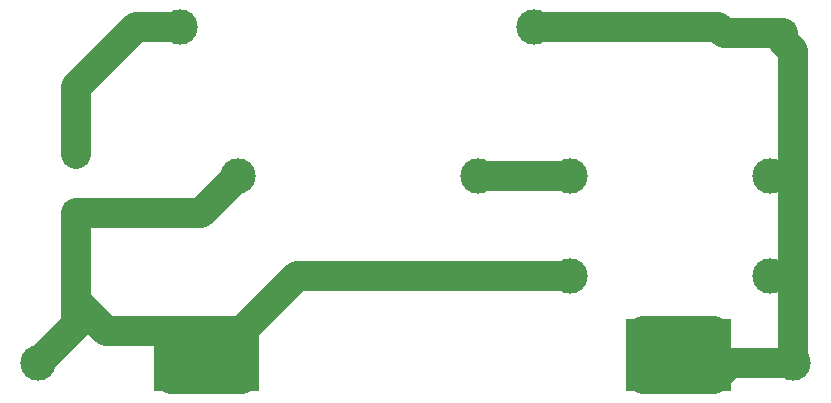
<source format=gbl>
%FSLAX34Y34*%
G04 Gerber Fmt 3.4, Leading zero omitted, Abs format*
G04 (created by PCBNEW (2014-01-19 BZR 4624)-product) date 5/30/2014 10:24:27 AM*
%MOIN*%
G01*
G70*
G90*
G04 APERTURE LIST*
%ADD10C,0.005906*%
%ADD11C,0.118110*%
%ADD12R,0.118110X0.078740*%
%ADD13C,0.098425*%
%ADD14C,0.098425*%
G04 APERTURE END LIST*
G54D10*
G54D11*
X25866Y-23897D03*
X51062Y-23897D03*
G54D12*
X31496Y-23622D03*
X30314Y-23622D03*
X32677Y-23622D03*
X31496Y-22834D03*
X32677Y-22834D03*
X30314Y-22834D03*
X30314Y-24409D03*
X31496Y-24409D03*
X32677Y-24409D03*
X47244Y-23622D03*
X48425Y-23622D03*
X46062Y-23622D03*
X46062Y-22834D03*
X47244Y-22834D03*
X48425Y-22834D03*
X48425Y-24409D03*
X47244Y-24409D03*
X46062Y-24409D03*
G54D11*
X30610Y-12677D03*
X42421Y-12677D03*
X32559Y-17657D03*
X40551Y-17657D03*
G54D13*
X27145Y-16929D03*
X27145Y-18897D03*
X50728Y-12874D03*
X48759Y-12874D03*
G54D11*
X43602Y-20984D03*
X50295Y-20984D03*
X43602Y-17657D03*
X50295Y-17657D03*
G54D14*
X32677Y-22834D02*
X31496Y-22834D01*
X31496Y-22834D02*
X30314Y-22834D01*
X30314Y-22834D02*
X30314Y-24409D01*
X30314Y-24409D02*
X32677Y-24409D01*
X32677Y-24409D02*
X32677Y-22834D01*
X43602Y-20984D02*
X34527Y-20984D01*
X34527Y-20984D02*
X32677Y-22834D01*
X30314Y-22834D02*
X31496Y-22834D01*
X32677Y-22834D02*
X32677Y-23622D01*
X32677Y-23622D02*
X31496Y-23622D01*
X31496Y-23622D02*
X30314Y-23622D01*
X30314Y-23622D02*
X30314Y-24409D01*
X30314Y-24409D02*
X31496Y-24409D01*
X31496Y-24409D02*
X32677Y-24409D01*
X30314Y-22834D02*
X28149Y-22834D01*
X28149Y-22834D02*
X27145Y-21830D01*
X27145Y-18897D02*
X27145Y-21830D01*
X27145Y-21830D02*
X27145Y-22618D01*
X27145Y-22618D02*
X25866Y-23897D01*
X27145Y-18897D02*
X31318Y-18897D01*
X31318Y-18897D02*
X32559Y-17657D01*
X43602Y-17657D02*
X40551Y-17657D01*
X30610Y-12677D02*
X29153Y-12677D01*
X27145Y-14685D02*
X27145Y-16929D01*
X29153Y-12677D02*
X27145Y-14685D01*
X48425Y-22834D02*
X48425Y-23622D01*
X48425Y-23622D02*
X48425Y-24409D01*
X48425Y-24409D02*
X47244Y-24409D01*
X47244Y-24409D02*
X47244Y-23622D01*
X47244Y-23622D02*
X47244Y-22834D01*
X47244Y-22834D02*
X46062Y-22834D01*
X46062Y-22834D02*
X46062Y-23622D01*
X46062Y-23622D02*
X46062Y-24409D01*
X46062Y-24409D02*
X47244Y-24409D01*
X50295Y-17657D02*
X50767Y-17657D01*
X50767Y-17657D02*
X51062Y-17952D01*
X50295Y-20984D02*
X50807Y-20984D01*
X50807Y-20984D02*
X51062Y-21240D01*
X50728Y-12874D02*
X50728Y-13149D01*
X51062Y-13484D02*
X51062Y-17952D01*
X51062Y-17952D02*
X51062Y-21240D01*
X51062Y-21240D02*
X51062Y-23897D01*
X50728Y-13149D02*
X51062Y-13484D01*
X42421Y-12677D02*
X48562Y-12677D01*
X48562Y-12677D02*
X48759Y-12874D01*
X48425Y-24409D02*
X47244Y-24409D01*
X47244Y-24409D02*
X46062Y-24409D01*
X46062Y-24409D02*
X46062Y-23622D01*
X46062Y-23622D02*
X47244Y-23622D01*
X47244Y-23622D02*
X48425Y-23622D01*
X48425Y-22834D02*
X47244Y-22834D01*
X47244Y-22834D02*
X46062Y-22834D01*
X51062Y-23897D02*
X48937Y-23897D01*
X48937Y-23897D02*
X48425Y-24409D01*
X50728Y-12874D02*
X48759Y-12874D01*
M02*

</source>
